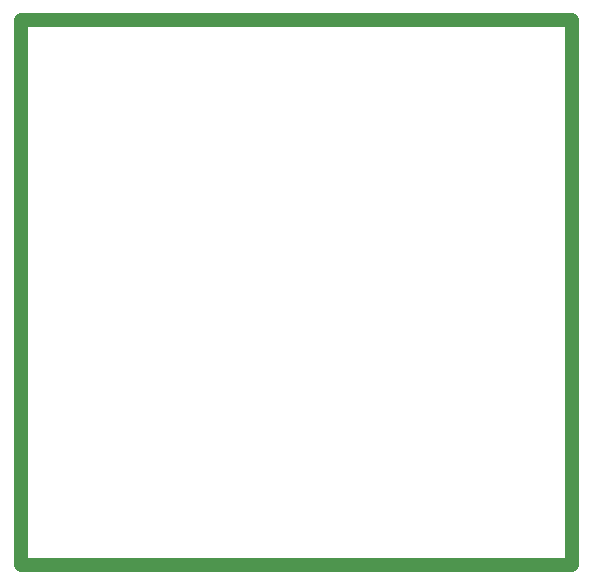
<source format=gm1>
G04*
G04 #@! TF.GenerationSoftware,Altium Limited,Altium Designer,21.9.2 (33)*
G04*
G04 Layer_Color=16711935*
%FSLAX23Y23*%
%MOIN*%
G70*
G04*
G04 #@! TF.SameCoordinates,057B0E17-ACE6-4E06-8752-021C102DDC49*
G04*
G04*
G04 #@! TF.FilePolarity,Positive*
G04*
G01*
G75*
%ADD86C,0.047*%
D86*
X0Y0D02*
Y1815D01*
X1835D01*
Y0D02*
Y1815D01*
X0Y0D02*
X1835D01*
M02*

</source>
